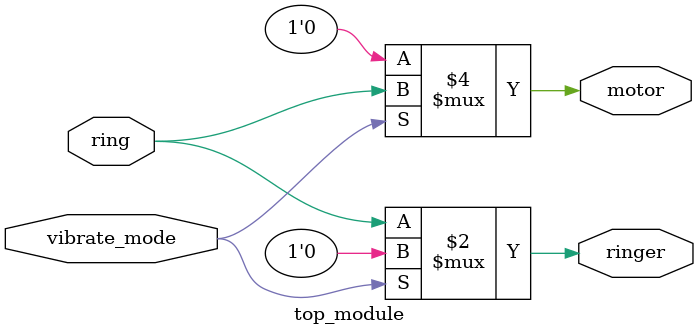
<source format=sv>
module top_module(
	input ring, 
	input vibrate_mode,
	output ringer,
	output motor
);

	assign ringer = ( vibrate_mode == 1'b1 ) ? 1'b0 : ring;
	assign motor = ( vibrate_mode == 1'b1 ) ? ring : 1'b0;

endmodule

</source>
